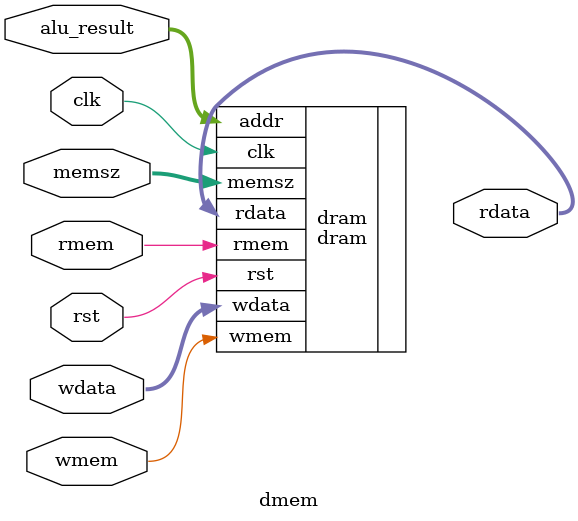
<source format=sv>
module dmem(
    input clk,
    input rst,
    input [31:0] alu_result , //the result of ALU - gives address to write or read
    input [31:0] wdata, // write data
    input wmem, // write data enable
    input rmem, // read data enable
    input [1:0] memsz, // memory size
    output [31:0] rdata // read data
    );

   //data memory
    wire [31:0] MemRData;
     dram dram(
        .clk  (clk),
        .rst(rst),
        .addr (alu_result),
        .wdata(wdata),
        .wmem(wmem),
        .rmem(rmem),
        .rdata(rdata),
        .memsz(memsz)
    );

    // always @(posedge clk or posedge rst)
    //     if (rst) begin
          
    //     end else begin
            
    //     end
endmodule
</source>
